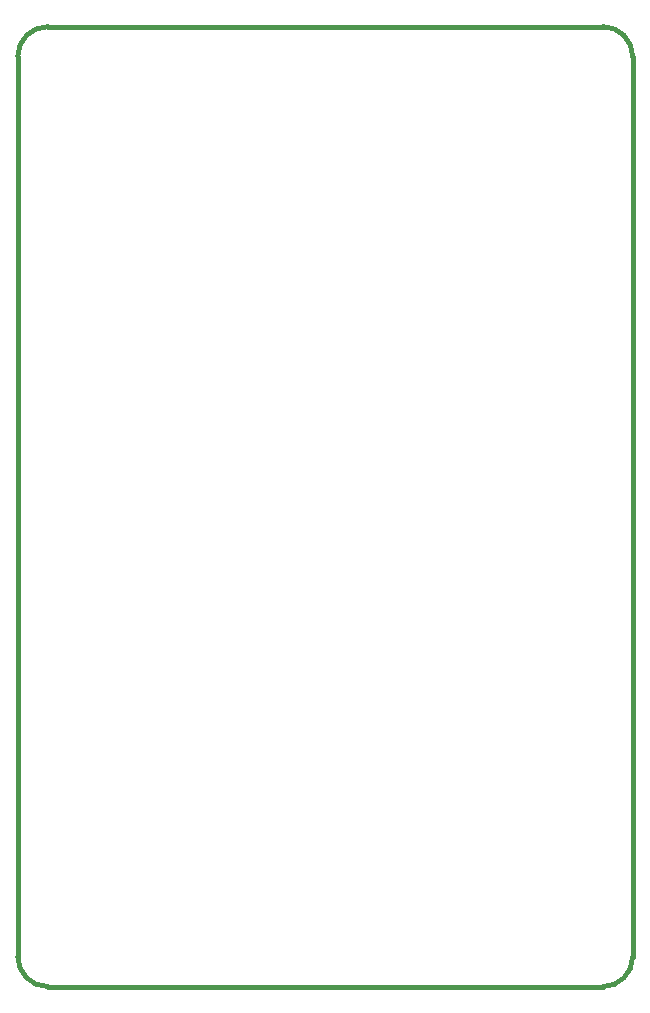
<source format=gbr>
G04 #@! TF.GenerationSoftware,KiCad,Pcbnew,(5.1.2)-2*
G04 #@! TF.CreationDate,2019-08-30T16:42:13-04:00*
G04 #@! TF.ProjectId,AFE SubBoard 0-2,41464520-5375-4624-926f-61726420302d,rev?*
G04 #@! TF.SameCoordinates,Original*
G04 #@! TF.FileFunction,Profile,NP*
%FSLAX46Y46*%
G04 Gerber Fmt 4.6, Leading zero omitted, Abs format (unit mm)*
G04 Created by KiCad (PCBNEW (5.1.2)-2) date 2019-08-30 16:42:13*
%MOMM*%
%LPD*%
G04 APERTURE LIST*
%ADD10C,0.381000*%
G04 APERTURE END LIST*
D10*
X170180000Y-6350000D02*
G75*
G02X172720000Y-8890000I0J-2540000D01*
G01*
X172720000Y-85090000D02*
G75*
G02X170180000Y-87630000I-2540000J0D01*
G01*
X123190000Y-87630000D02*
G75*
G02X120650000Y-85090000I0J2540000D01*
G01*
X120650000Y-8890000D02*
G75*
G02X123190000Y-6350000I2540000J0D01*
G01*
X120650000Y-85090000D02*
X120650000Y-8890000D01*
X170180000Y-87630000D02*
X123190000Y-87630000D01*
X172720000Y-8890000D02*
X172720000Y-85090000D01*
X123190000Y-6350000D02*
X170180000Y-6350000D01*
M02*

</source>
